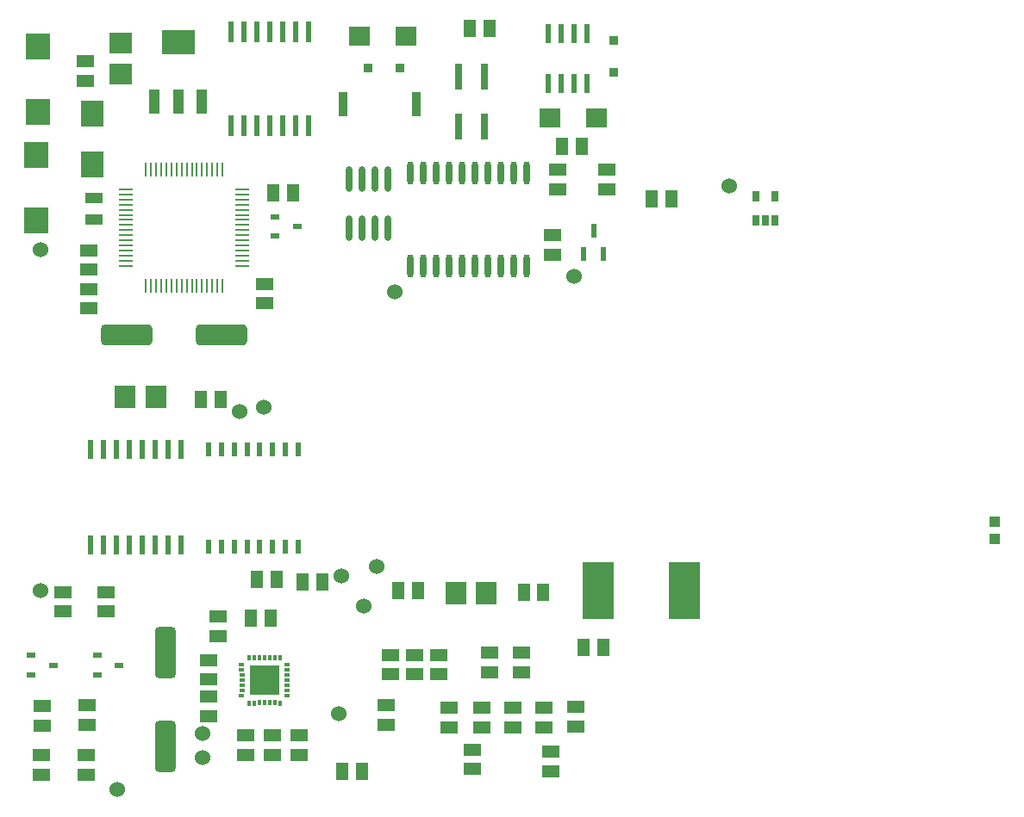
<source format=gtp>
G04 Layer_Color=8421504*
%FSLAX44Y44*%
%MOMM*%
G71*
G01*
G75*
%ADD10R,2.2000X2.6000*%
%ADD11R,1.8000X1.3000*%
%ADD12R,1.3000X1.8000*%
%ADD13R,1.8000X1.1000*%
%ADD14R,0.8200X2.3300*%
%ADD15O,0.6000X2.3000*%
%ADD16C,1.5240*%
%ADD17R,0.6500X1.1000*%
%ADD18R,0.8500X0.6000*%
%ADD19R,1.0000X1.1000*%
%ADD20O,0.7000X2.5000*%
G04:AMPARAMS|DCode=21|XSize=5mm|YSize=2mm|CornerRadius=0.32mm|HoleSize=0mm|Usage=FLASHONLY|Rotation=90.000|XOffset=0mm|YOffset=0mm|HoleType=Round|Shape=RoundedRectangle|*
%AMROUNDEDRECTD21*
21,1,5.0000,1.3600,0,0,90.0*
21,1,4.3600,2.0000,0,0,90.0*
1,1,0.6400,0.6800,2.1800*
1,1,0.6400,0.6800,-2.1800*
1,1,0.6400,-0.6800,-2.1800*
1,1,0.6400,-0.6800,2.1800*
%
%ADD21ROUNDEDRECTD21*%
G04:AMPARAMS|DCode=22|XSize=5mm|YSize=2mm|CornerRadius=0.32mm|HoleSize=0mm|Usage=FLASHONLY|Rotation=0.000|XOffset=0mm|YOffset=0mm|HoleType=Round|Shape=RoundedRectangle|*
%AMROUNDEDRECTD22*
21,1,5.0000,1.3600,0,0,0.0*
21,1,4.3600,2.0000,0,0,0.0*
1,1,0.6400,2.1800,-0.6800*
1,1,0.6400,-2.1800,-0.6800*
1,1,0.6400,-2.1800,0.6800*
1,1,0.6400,2.1800,0.6800*
%
%ADD22ROUNDEDRECTD22*%
%ADD23R,0.5000X1.4300*%
%ADD24R,0.5588X1.9812*%
%ADD25R,0.3000X0.5000*%
%ADD26R,0.5000X0.3000*%
%ADD27R,3.0000X3.0000*%
%ADD28R,0.3000X0.5500*%
%ADD29R,0.5500X0.3000*%
%ADD30R,3.3000X2.4000*%
%ADD31R,1.0000X2.4000*%
%ADD32R,0.5900X2.1200*%
%ADD33R,3.0700X5.6100*%
%ADD34R,2.1000X1.8500*%
%ADD35R,2.2000X2.0000*%
%ADD36R,2.4000X2.6000*%
%ADD37R,2.0000X2.2000*%
%ADD38R,0.7000X2.5000*%
%ADD39R,0.9000X0.9500*%
%ADD40R,0.9500X0.9000*%
%ADD41R,0.6000X1.4500*%
%ADD42R,1.4732X0.2794*%
%ADD43R,0.2794X1.4732*%
G36*
X521050Y398950D02*
X518550D01*
Y403450D01*
X521050D01*
Y398950D01*
D02*
G37*
G36*
X516050D02*
X513550D01*
Y403450D01*
X516050D01*
Y398950D01*
D02*
G37*
G36*
X491050D02*
X488550D01*
Y403450D01*
X491050D01*
Y398950D01*
D02*
G37*
G36*
X511050Y398450D02*
X508550D01*
Y403450D01*
X511050D01*
Y398450D01*
D02*
G37*
G36*
X506050D02*
X503550D01*
Y403450D01*
X506050D01*
Y398450D01*
D02*
G37*
G36*
X501050D02*
X498550D01*
Y403450D01*
X501050D01*
Y398450D01*
D02*
G37*
G36*
X496050D02*
X493550D01*
Y403450D01*
X496050D01*
Y398450D01*
D02*
G37*
G36*
X529550Y392450D02*
X525050D01*
Y394950D01*
X529550D01*
Y392450D01*
D02*
G37*
G36*
X484550D02*
X480050D01*
Y394950D01*
X484550D01*
Y392450D01*
D02*
G37*
G36*
X529550Y387450D02*
X525050D01*
Y389950D01*
X529550D01*
Y387450D01*
D02*
G37*
G36*
X484550D02*
X480050D01*
Y389950D01*
X484550D01*
Y387450D01*
D02*
G37*
G36*
X529550Y382450D02*
X524550D01*
Y384950D01*
X529550D01*
Y382450D01*
D02*
G37*
G36*
X485050D02*
X480050D01*
Y384950D01*
X485050D01*
Y382450D01*
D02*
G37*
G36*
X529550Y377450D02*
X524550D01*
Y379950D01*
X529550D01*
Y377450D01*
D02*
G37*
G36*
X485050D02*
X480050D01*
Y379950D01*
X485050D01*
Y377450D01*
D02*
G37*
G36*
X529550Y372450D02*
X524550D01*
Y374950D01*
X529550D01*
Y372450D01*
D02*
G37*
G36*
X485050D02*
X480050D01*
Y374950D01*
X485050D01*
Y372450D01*
D02*
G37*
G36*
X515300Y368200D02*
X494300D01*
Y389200D01*
X515300D01*
Y368200D01*
D02*
G37*
G36*
X529550Y367450D02*
X524550D01*
Y369950D01*
X529550D01*
Y367450D01*
D02*
G37*
G36*
X485050D02*
X480050D01*
Y369950D01*
X485050D01*
Y367450D01*
D02*
G37*
G36*
X529550Y362450D02*
X525050D01*
Y364950D01*
X529550D01*
Y362450D01*
D02*
G37*
G36*
X484550D02*
X480050D01*
Y364950D01*
X484550D01*
Y362450D01*
D02*
G37*
G36*
X521050Y353950D02*
X518550D01*
Y358450D01*
X521050D01*
Y353950D01*
D02*
G37*
G36*
X516050D02*
X513550D01*
Y358950D01*
X516050D01*
Y353950D01*
D02*
G37*
G36*
X511050D02*
X508550D01*
Y358950D01*
X511050D01*
Y353950D01*
D02*
G37*
G36*
X506050D02*
X503550D01*
Y358950D01*
X506050D01*
Y353950D01*
D02*
G37*
G36*
X501050D02*
X498550D01*
Y358950D01*
X501050D01*
Y353950D01*
D02*
G37*
G36*
X496050D02*
X493550D01*
Y358450D01*
X496050D01*
Y353950D01*
D02*
G37*
G36*
X491050D02*
X488550D01*
Y358450D01*
X491050D01*
Y353950D01*
D02*
G37*
D10*
X336000Y886000D02*
D03*
Y936000D02*
D03*
D11*
X286400Y353100D02*
D03*
Y333900D02*
D03*
X330400Y354100D02*
D03*
Y334900D02*
D03*
X307000Y465600D02*
D03*
Y446400D02*
D03*
X349000Y465600D02*
D03*
Y446400D02*
D03*
X285400Y305100D02*
D03*
Y285900D02*
D03*
X329400Y305100D02*
D03*
Y285900D02*
D03*
X329000Y968400D02*
D03*
Y987600D02*
D03*
X793000Y861400D02*
D03*
Y880600D02*
D03*
X779000Y351600D02*
D03*
Y332400D02*
D03*
X811000Y333400D02*
D03*
Y352600D02*
D03*
X718000Y351600D02*
D03*
Y332400D02*
D03*
X686000Y351600D02*
D03*
Y332400D02*
D03*
X786400Y308500D02*
D03*
Y289300D02*
D03*
X332000Y782400D02*
D03*
Y801600D02*
D03*
X841000Y861400D02*
D03*
Y880600D02*
D03*
X709400Y310500D02*
D03*
Y291300D02*
D03*
X652300Y403700D02*
D03*
Y384500D02*
D03*
X676300D02*
D03*
Y403700D02*
D03*
X726000Y405600D02*
D03*
Y386400D02*
D03*
X450000Y362600D02*
D03*
Y343400D02*
D03*
X450000Y379400D02*
D03*
Y398600D02*
D03*
X539000Y324600D02*
D03*
Y305400D02*
D03*
X486000Y324600D02*
D03*
Y305400D02*
D03*
X459000Y441600D02*
D03*
Y422400D02*
D03*
X512500Y324600D02*
D03*
Y305400D02*
D03*
X624300Y354400D02*
D03*
Y335200D02*
D03*
X628300Y384500D02*
D03*
Y403700D02*
D03*
X332000Y763600D02*
D03*
Y744400D02*
D03*
X505000Y768600D02*
D03*
Y749400D02*
D03*
X749000Y351600D02*
D03*
Y332400D02*
D03*
X757000Y405600D02*
D03*
Y386400D02*
D03*
X787654Y797104D02*
D03*
Y816304D02*
D03*
D12*
X600700Y289000D02*
D03*
X581500D02*
D03*
X904600Y852000D02*
D03*
X885400D02*
D03*
X561600Y475000D02*
D03*
X542400D02*
D03*
X497400Y477750D02*
D03*
X516600D02*
D03*
X797400Y904000D02*
D03*
X816600D02*
D03*
X778600Y465000D02*
D03*
X759400D02*
D03*
X818400Y411000D02*
D03*
X837600D02*
D03*
X491400Y440000D02*
D03*
X510600D02*
D03*
X461600Y655000D02*
D03*
X442400D02*
D03*
X655600Y467000D02*
D03*
X636400D02*
D03*
X725600Y1020000D02*
D03*
X706400D02*
D03*
X532600Y858000D02*
D03*
X513400D02*
D03*
D13*
X337000Y852600D02*
D03*
Y831400D02*
D03*
D14*
X654000Y945000D02*
D03*
X582000D02*
D03*
D15*
X647850Y786500D02*
D03*
X660550D02*
D03*
X673250D02*
D03*
X685950D02*
D03*
X698650D02*
D03*
X711350D02*
D03*
X724050D02*
D03*
X736750D02*
D03*
X749450D02*
D03*
X762150D02*
D03*
X647850Y877500D02*
D03*
X660550D02*
D03*
X673250D02*
D03*
X685950D02*
D03*
X698650D02*
D03*
X711350D02*
D03*
X724050D02*
D03*
X736750D02*
D03*
X749450D02*
D03*
X762150D02*
D03*
D16*
X360000Y271000D02*
D03*
X632968Y760730D02*
D03*
X444000Y326000D02*
D03*
X285000Y467000D02*
D03*
X444000Y303000D02*
D03*
X578000Y346000D02*
D03*
X961000Y865000D02*
D03*
X615000Y491000D02*
D03*
X809000Y776000D02*
D03*
X504000Y647000D02*
D03*
X602000Y452000D02*
D03*
X285000Y802000D02*
D03*
X580000Y481000D02*
D03*
X480000Y643000D02*
D03*
D17*
X987500Y855000D02*
D03*
X1006500D02*
D03*
Y831000D02*
D03*
X997000D02*
D03*
X987500D02*
D03*
D18*
X297150Y393500D02*
D03*
X275650Y384000D02*
D03*
Y403000D02*
D03*
X536750Y825000D02*
D03*
X515250Y815500D02*
D03*
Y834500D02*
D03*
X362150Y393500D02*
D03*
X340650Y384000D02*
D03*
Y403000D02*
D03*
D19*
X1222000Y534500D02*
D03*
Y517500D02*
D03*
D20*
X625700Y872000D02*
D03*
X613000D02*
D03*
X600300D02*
D03*
X587600D02*
D03*
X625700Y823000D02*
D03*
X613000D02*
D03*
X600300D02*
D03*
X587600D02*
D03*
D21*
X407800Y405950D02*
D03*
Y313450D02*
D03*
D22*
X462250Y718000D02*
D03*
X369750D02*
D03*
D23*
X538100Y606000D02*
D03*
X525500D02*
D03*
X512900D02*
D03*
X500300D02*
D03*
X487700D02*
D03*
X475100D02*
D03*
X462500D02*
D03*
X449900D02*
D03*
Y510000D02*
D03*
X462500D02*
D03*
X475100D02*
D03*
X487700D02*
D03*
X500300D02*
D03*
X512900D02*
D03*
X525500D02*
D03*
X538100D02*
D03*
D24*
X783150Y1015038D02*
D03*
X795850D02*
D03*
X808550D02*
D03*
X821250D02*
D03*
Y965762D02*
D03*
X808550D02*
D03*
X795850D02*
D03*
X783150D02*
D03*
X422450Y512010D02*
D03*
X409750D02*
D03*
X397050D02*
D03*
X384350D02*
D03*
X371650D02*
D03*
X358950D02*
D03*
X346250D02*
D03*
X333550D02*
D03*
Y605990D02*
D03*
X346250D02*
D03*
X358950D02*
D03*
X371650D02*
D03*
X384350D02*
D03*
X397050D02*
D03*
X409750D02*
D03*
X422450D02*
D03*
D25*
X489799Y356200D02*
D03*
Y401200D02*
D03*
X519800Y356200D02*
D03*
X494799D02*
D03*
Y401200D02*
D03*
X519800D02*
D03*
D26*
X527299Y393700D02*
D03*
X482300D02*
D03*
Y363700D02*
D03*
Y388700D02*
D03*
X527299D02*
D03*
Y363700D02*
D03*
D27*
X504799Y378700D02*
D03*
D28*
X514799Y356450D02*
D03*
X509800D02*
D03*
X504799D02*
D03*
X499800D02*
D03*
Y400951D02*
D03*
X504799D02*
D03*
X509800D02*
D03*
X514799D02*
D03*
D29*
X482550Y368700D02*
D03*
Y373700D02*
D03*
Y378700D02*
D03*
Y383700D02*
D03*
X527049D02*
D03*
Y378700D02*
D03*
Y373700D02*
D03*
Y368700D02*
D03*
D30*
X420001Y1006000D02*
D03*
D31*
X443000Y948000D02*
D03*
X420001D02*
D03*
X397001D02*
D03*
D32*
X471900Y1016150D02*
D03*
X484600D02*
D03*
X497300D02*
D03*
X510000D02*
D03*
X522700D02*
D03*
X535400D02*
D03*
X548100D02*
D03*
Y923850D02*
D03*
X535400D02*
D03*
X522700D02*
D03*
X510000D02*
D03*
X497300D02*
D03*
X484600D02*
D03*
X471900D02*
D03*
D33*
X832800Y467000D02*
D03*
X917200D02*
D03*
D34*
X644000Y1012000D02*
D03*
X598000D02*
D03*
X831000Y932000D02*
D03*
X785000D02*
D03*
D35*
X363458Y1005000D02*
D03*
Y975000D02*
D03*
D36*
X281000Y831000D02*
D03*
Y895001D02*
D03*
X282001Y938000D02*
D03*
Y1002000D02*
D03*
D37*
X398000Y657000D02*
D03*
X368000D02*
D03*
X722800Y464100D02*
D03*
X692800D02*
D03*
D38*
X720700Y972500D02*
D03*
X695300D02*
D03*
X720700Y923500D02*
D03*
X695300D02*
D03*
D39*
X637943Y980790D02*
D03*
X606442D02*
D03*
D40*
X848200Y1008150D02*
D03*
Y976650D02*
D03*
D41*
X828063Y821128D02*
D03*
X837563Y797628D02*
D03*
X818563D02*
D03*
D42*
X368850Y786408D02*
D03*
Y791488D02*
D03*
Y796568D02*
D03*
Y801394D02*
D03*
Y806474D02*
D03*
Y811554D02*
D03*
Y816380D02*
D03*
Y821460D02*
D03*
Y826540D02*
D03*
Y831620D02*
D03*
Y836446D02*
D03*
Y841526D02*
D03*
Y846606D02*
D03*
Y851432D02*
D03*
Y856512D02*
D03*
Y861592D02*
D03*
X483150D02*
D03*
Y856512D02*
D03*
Y851432D02*
D03*
Y846606D02*
D03*
Y841526D02*
D03*
Y836446D02*
D03*
Y831620D02*
D03*
Y826540D02*
D03*
Y821460D02*
D03*
Y816380D02*
D03*
Y811554D02*
D03*
Y806474D02*
D03*
Y801394D02*
D03*
Y796568D02*
D03*
Y791488D02*
D03*
Y786408D02*
D03*
D43*
X388408Y881150D02*
D03*
X393488D02*
D03*
X398568D02*
D03*
X403394D02*
D03*
X408474D02*
D03*
X413554D02*
D03*
X418380D02*
D03*
X423460D02*
D03*
X428540D02*
D03*
X433620D02*
D03*
X438446D02*
D03*
X443526D02*
D03*
X448606D02*
D03*
X453432D02*
D03*
X458512D02*
D03*
X463592D02*
D03*
Y766850D02*
D03*
X458512D02*
D03*
X453432D02*
D03*
X448606D02*
D03*
X443526D02*
D03*
X438446D02*
D03*
X433620D02*
D03*
X428540D02*
D03*
X423460D02*
D03*
X418380D02*
D03*
X413554D02*
D03*
X408474D02*
D03*
X403394D02*
D03*
X398568D02*
D03*
X393488D02*
D03*
X388408D02*
D03*
M02*

</source>
